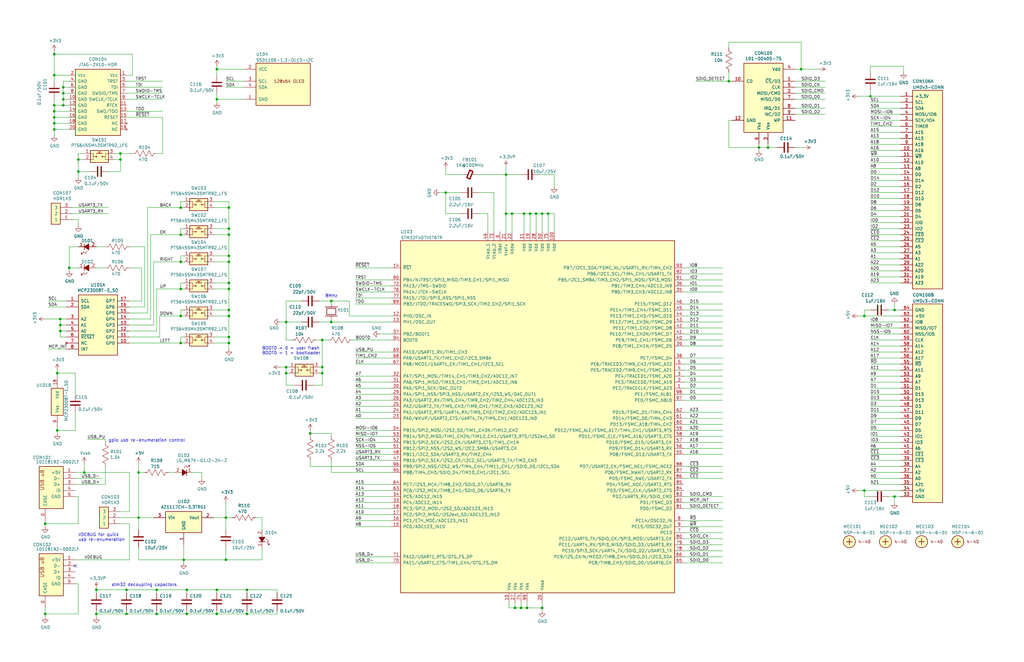
<source format=kicad_sch>
(kicad_sch (version 20211123) (generator eeschema)
  (paper "B")
  (title_block (title "UMDv3") (date "2022-08-11") (rev "3.0") (company "db Electronics") (comment 1 "https://github.com/db-electronics/UMDv3-kicad") (comment 2 "Licensed Under CERN OHL v.1.2") (comment 3 "Copyright 2022 René Richard"))
  (junction (at 104.14 259.08))
  (junction (at 104.14 248.92))
  (junction (at 320.04 62.23))
  (junction (at 337.82 29.21))
  (junction (at 66.04 248.92))
  (junction (at 26.67 41.91))
  (junction (at 364.49 207.01))
  (junction (at 40.64 248.92))
  (junction (at 95.25 218.44))
  (junction (at 76.2 121.92))
  (junction (at 120.65 154.94))
  (junction (at 58.42 199.39))
  (junction (at 19.05 220.98))
  (junction (at 135.89 143.51))
  (junction (at 58.42 218.44))
  (junction (at 22.86 44.45))
  (junction (at 91.44 29.21))
  (junction (at 307.34 34.29))
  (junction (at 96.52 87.63))
  (junction (at 25.4 139.7))
  (junction (at 135.89 154.94))
  (junction (at 91.44 248.92))
  (junction (at 66.04 259.08))
  (junction (at 228.6 256.54))
  (junction (at 364.49 133.35))
  (junction (at 78.74 248.92))
  (junction (at 33.02 67.31))
  (junction (at 367.03 40.64))
  (junction (at 120.65 135.89))
  (junction (at 96.52 96.52))
  (junction (at 24.13 157.48))
  (junction (at 226.06 90.17))
  (junction (at 26.67 44.45))
  (junction (at 53.34 248.92))
  (junction (at 76.2 133.35))
  (junction (at 96.52 142.24))
  (junction (at 76.2 87.63))
  (junction (at 96.52 110.49))
  (junction (at 96.52 107.95))
  (junction (at 22.86 46.99))
  (junction (at 76.2 110.49))
  (junction (at 220.98 90.17))
  (junction (at 25.4 137.16))
  (junction (at 377.19 130.81))
  (junction (at 96.52 133.35))
  (junction (at 76.2 99.06))
  (junction (at 22.86 52.07))
  (junction (at 50.8 64.77))
  (junction (at 96.52 121.92))
  (junction (at 26.67 36.83))
  (junction (at 91.44 259.08))
  (junction (at 40.64 259.08))
  (junction (at 130.81 182.88))
  (junction (at 29.21 113.03))
  (junction (at 96.52 130.81))
  (junction (at 35.56 199.39))
  (junction (at 50.8 67.31))
  (junction (at 135.89 157.48))
  (junction (at 219.71 256.54))
  (junction (at 22.86 31.75))
  (junction (at 76.2 144.78))
  (junction (at 96.52 144.78))
  (junction (at 213.36 90.17))
  (junction (at 222.25 256.54))
  (junction (at 228.6 90.17))
  (junction (at 139.7 135.89))
  (junction (at 77.47 236.22))
  (junction (at 96.52 119.38))
  (junction (at 95.25 236.22))
  (junction (at 120.65 157.48))
  (junction (at 25.4 134.62))
  (junction (at 223.52 90.17))
  (junction (at 26.67 39.37))
  (junction (at 187.96 81.28))
  (junction (at 231.14 90.17))
  (junction (at 323.85 62.23))
  (junction (at 24.13 181.61))
  (junction (at 33.02 72.39))
  (junction (at 213.36 73.66))
  (junction (at 139.7 127))
  (junction (at 22.86 54.61))
  (junction (at 53.34 259.08))
  (junction (at 78.74 259.08))
  (junction (at 96.52 99.06))
  (junction (at 217.17 256.54))
  (junction (at 91.44 41.91))
  (junction (at 22.86 49.53))
  (junction (at 19.05 259.08))
  (junction (at 22.86 22.86))
  (junction (at 215.9 90.17))
  (junction (at 377.19 209.55))
  (no_connect (at 31.75 238.76))
  (wire (pts (xy 288.29 133.35) (xy 304.8 133.35)))
  (wire (pts (xy 139.7 182.88) (xy 139.7 184.15)))
  (wire (pts (xy 130.81 196.85) (xy 130.81 194.31)))
  (wire (pts (xy 44.45 104.14) (xy 40.64 104.14)))
  (wire (pts (xy 33.02 209.55) (xy 31.75 209.55)))
  (wire (pts (xy 30.48 90.17) (xy 45.72 90.17)))
  (wire (pts (xy 214.63 254) (xy 214.63 256.54)))
  (wire (pts (xy 335.28 48.26) (xy 347.98 48.26)))
  (wire (pts (xy 25.4 142.24) (xy 25.4 139.7)))
  (wire (pts (xy 38.1 72.39) (xy 33.02 72.39)))
  (wire (pts (xy 95.25 223.52) (xy 95.25 218.44)))
  (wire (pts (xy 44.45 185.42) (xy 36.83 185.42)))
  (wire (pts (xy 367.03 27.94) (xy 381 27.94)))
  (wire (pts (xy 194.31 81.28) (xy 187.96 81.28)))
  (wire (pts (xy 367.03 30.48) (xy 367.03 27.94)))
  (wire (pts (xy 90.17 119.38) (xy 96.52 119.38)))
  (wire (pts (xy 31.75 199.39) (xy 35.56 199.39)))
  (wire (pts (xy 118.11 135.89) (xy 120.65 135.89)))
  (wire (pts (xy 149.86 123.19) (xy 165.1 123.19)))
  (wire (pts (xy 379.73 209.55) (xy 377.19 209.55)))
  (wire (pts (xy 149.86 171.45) (xy 165.1 171.45)))
  (wire (pts (xy 149.86 214.63) (xy 165.1 214.63)))
  (wire (pts (xy 228.6 90.17) (xy 226.06 90.17)))
  (wire (pts (xy 135.89 143.51) (xy 138.43 143.51)))
  (wire (pts (xy 29.21 113.03) (xy 29.21 114.3)))
  (wire (pts (xy 96.52 99.06) (xy 96.52 107.95)))
  (wire (pts (xy 288.29 232.41) (xy 304.8 232.41)))
  (wire (pts (xy 308.61 50.8) (xy 307.34 50.8)))
  (wire (pts (xy 165.1 135.89) (xy 139.7 135.89)))
  (wire (pts (xy 68.58 46.99) (xy 53.34 46.99)))
  (wire (pts (xy 288.29 219.71) (xy 304.8 219.71)))
  (wire (pts (xy 26.67 34.29) (xy 26.67 36.83)))
  (wire (pts (xy 53.34 257.81) (xy 53.34 259.08)))
  (wire (pts (xy 110.49 223.52) (xy 110.49 218.44)))
  (wire (pts (xy 25.4 137.16) (xy 25.4 134.62)))
  (wire (pts (xy 367.03 168.91) (xy 379.73 168.91)))
  (wire (pts (xy 293.37 34.29) (xy 307.34 34.29)))
  (wire (pts (xy 96.52 130.81) (xy 96.52 133.35)))
  (wire (pts (xy 288.29 140.97) (xy 304.8 140.97)))
  (wire (pts (xy 22.86 22.86) (xy 55.88 22.86)))
  (wire (pts (xy 288.29 212.09) (xy 304.8 212.09)))
  (wire (pts (xy 40.64 259.08) (xy 40.64 260.35)))
  (wire (pts (xy 33.02 113.03) (xy 29.21 113.03)))
  (wire (pts (xy 120.65 143.51) (xy 120.65 135.89)))
  (wire (pts (xy 90.17 96.52) (xy 96.52 96.52)))
  (wire (pts (xy 367.03 48.26) (xy 379.73 48.26)))
  (wire (pts (xy 367.03 81.28) (xy 379.73 81.28)))
  (wire (pts (xy 367.03 91.44) (xy 379.73 91.44)))
  (wire (pts (xy 35.56 195.58) (xy 35.56 199.39)))
  (wire (pts (xy 77.47 85.09) (xy 76.2 85.09)))
  (wire (pts (xy 187.96 73.66) (xy 195.58 73.66)))
  (wire (pts (xy 165.1 125.73) (xy 149.86 125.73)))
  (wire (pts (xy 288.29 179.07) (xy 304.8 179.07)))
  (wire (pts (xy 33.02 67.31) (xy 33.02 64.77)))
  (wire (pts (xy 149.86 207.01) (xy 165.1 207.01)))
  (wire (pts (xy 29.21 46.99) (xy 22.86 46.99)))
  (wire (pts (xy 335.28 41.91) (xy 347.98 41.91)))
  (wire (pts (xy 364.49 207.01) (xy 361.95 207.01)))
  (wire (pts (xy 147.32 127) (xy 147.32 133.35)))
  (wire (pts (xy 27.94 139.7) (xy 25.4 139.7)))
  (wire (pts (xy 367.03 55.88) (xy 379.73 55.88)))
  (wire (pts (xy 307.34 62.23) (xy 320.04 62.23)))
  (wire (pts (xy 381 27.94) (xy 381 30.48)))
  (wire (pts (xy 48.26 64.77) (xy 50.8 64.77)))
  (wire (pts (xy 288.29 115.57) (xy 304.8 115.57)))
  (wire (pts (xy 367.03 158.75) (xy 379.73 158.75)))
  (wire (pts (xy 90.17 85.09) (xy 96.52 85.09)))
  (wire (pts (xy 226.06 97.79) (xy 226.06 90.17)))
  (wire (pts (xy 78.74 250.19) (xy 78.74 248.92)))
  (wire (pts (xy 19.05 219.71) (xy 19.05 220.98)))
  (wire (pts (xy 20.32 129.54) (xy 27.94 129.54)))
  (wire (pts (xy 335.28 36.83) (xy 347.98 36.83)))
  (wire (pts (xy 78.74 248.92) (xy 91.44 248.92)))
  (wire (pts (xy 91.44 259.08) (xy 104.14 259.08)))
  (wire (pts (xy 367.03 184.15) (xy 379.73 184.15)))
  (wire (pts (xy 367.03 73.66) (xy 379.73 73.66)))
  (wire (pts (xy 367.03 146.05) (xy 379.73 146.05)))
  (wire (pts (xy 81.28 199.39) (xy 85.09 199.39)))
  (wire (pts (xy 367.03 179.07) (xy 379.73 179.07)))
  (wire (pts (xy 76.2 133.35) (xy 77.47 133.35)))
  (wire (pts (xy 77.47 236.22) (xy 95.25 236.22)))
  (wire (pts (xy 288.29 158.75) (xy 304.8 158.75)))
  (wire (pts (xy 364.49 130.81) (xy 364.49 133.35)))
  (wire (pts (xy 55.88 64.77) (xy 50.8 64.77)))
  (wire (pts (xy 68.58 34.29) (xy 53.34 34.29)))
  (wire (pts (xy 31.75 181.61) (xy 24.13 181.61)))
  (wire (pts (xy 220.98 90.17) (xy 215.9 90.17)))
  (wire (pts (xy 288.29 199.39) (xy 304.8 199.39)))
  (wire (pts (xy 130.81 181.61) (xy 130.81 182.88)))
  (wire (pts (xy 24.13 156.21) (xy 24.13 157.48)))
  (wire (pts (xy 165.1 143.51) (xy 148.59 143.51)))
  (wire (pts (xy 367.03 181.61) (xy 379.73 181.61)))
  (wire (pts (xy 367.03 88.9) (xy 379.73 88.9)))
  (wire (pts (xy 227.33 73.66) (xy 233.68 73.66)))
  (wire (pts (xy 233.68 97.79) (xy 233.68 90.17)))
  (wire (pts (xy 220.98 97.79) (xy 220.98 90.17)))
  (wire (pts (xy 307.34 34.29) (xy 308.61 34.29)))
  (wire (pts (xy 76.2 107.95) (xy 76.2 110.49)))
  (wire (pts (xy 288.29 224.79) (xy 304.8 224.79)))
  (wire (pts (xy 76.2 110.49) (xy 77.47 110.49)))
  (wire (pts (xy 64.77 110.49) (xy 64.77 137.16)))
  (wire (pts (xy 288.29 209.55) (xy 304.8 209.55)))
  (wire (pts (xy 288.29 128.27) (xy 304.8 128.27)))
  (wire (pts (xy 320.04 60.96) (xy 320.04 62.23)))
  (wire (pts (xy 53.34 259.08) (xy 66.04 259.08)))
  (wire (pts (xy 288.29 222.25) (xy 304.8 222.25)))
  (wire (pts (xy 194.31 90.17) (xy 187.96 90.17)))
  (wire (pts (xy 58.42 223.52) (xy 58.42 218.44)))
  (wire (pts (xy 66.04 259.08) (xy 78.74 259.08)))
  (wire (pts (xy 66.04 121.92) (xy 66.04 139.7)))
  (wire (pts (xy 120.65 135.89) (xy 127 135.89)))
  (wire (pts (xy 33.02 64.77) (xy 35.56 64.77)))
  (wire (pts (xy 22.86 41.91) (xy 22.86 44.45)))
  (wire (pts (xy 24.13 182.88) (xy 24.13 181.61)))
  (wire (pts (xy 307.34 17.78) (xy 337.82 17.78)))
  (wire (pts (xy 208.28 81.28) (xy 201.93 81.28)))
  (wire (pts (xy 50.8 67.31) (xy 50.8 72.39)))
  (wire (pts (xy 288.29 161.29) (xy 304.8 161.29)))
  (wire (pts (xy 90.17 107.95) (xy 96.52 107.95)))
  (wire (pts (xy 149.86 212.09) (xy 165.1 212.09)))
  (wire (pts (xy 44.45 113.03) (xy 40.64 113.03)))
  (wire (pts (xy 367.03 143.51) (xy 379.73 143.51)))
  (wire (pts (xy 29.21 36.83) (xy 26.67 36.83)))
  (wire (pts (xy 96.52 121.92) (xy 96.52 130.81)))
  (wire (pts (xy 68.58 41.91) (xy 53.34 41.91)))
  (wire (pts (xy 335.28 34.29) (xy 347.98 34.29)))
  (wire (pts (xy 110.49 218.44) (xy 107.95 218.44)))
  (wire (pts (xy 96.52 142.24) (xy 96.52 144.78)))
  (wire (pts (xy 29.21 34.29) (xy 26.67 34.29)))
  (wire (pts (xy 29.21 104.14) (xy 29.21 113.03)))
  (wire (pts (xy 54.61 199.39) (xy 54.61 215.9)))
  (wire (pts (xy 110.49 236.22) (xy 95.25 236.22)))
  (wire (pts (xy 90.17 142.24) (xy 96.52 142.24)))
  (wire (pts (xy 288.29 123.19) (xy 304.8 123.19)))
  (wire (pts (xy 76.2 87.63) (xy 77.47 87.63)))
  (wire (pts (xy 33.02 259.08) (xy 33.02 246.38)))
  (wire (pts (xy 90.17 144.78) (xy 96.52 144.78)))
  (wire (pts (xy 66.04 257.81) (xy 66.04 259.08)))
  (wire (pts (xy 367.03 151.13) (xy 379.73 151.13)))
  (wire (pts (xy 90.17 218.44) (xy 95.25 218.44)))
  (wire (pts (xy 104.14 248.92) (xy 116.84 248.92)))
  (wire (pts (xy 91.44 27.94) (xy 91.44 29.21)))
  (wire (pts (xy 367.03 156.21) (xy 379.73 156.21)))
  (wire (pts (xy 133.35 143.51) (xy 135.89 143.51)))
  (wire (pts (xy 120.65 154.94) (xy 118.11 154.94)))
  (wire (pts (xy 90.17 110.49) (xy 96.52 110.49)))
  (wire (pts (xy 139.7 194.31) (xy 139.7 199.39)))
  (wire (pts (xy 288.29 166.37) (xy 304.8 166.37)))
  (wire (pts (xy 59.69 113.03) (xy 54.61 113.03)))
  (wire (pts (xy 377.19 128.27) (xy 377.19 130.81)))
  (wire (pts (xy 123.19 143.51) (xy 120.65 143.51)))
  (wire (pts (xy 54.61 132.08) (xy 62.23 132.08)))
  (wire (pts (xy 205.74 90.17) (xy 201.93 90.17)))
  (wire (pts (xy 24.13 181.61) (xy 24.13 180.34)))
  (wire (pts (xy 288.29 173.99) (xy 304.8 173.99)))
  (wire (pts (xy 367.03 194.31) (xy 379.73 194.31)))
  (wire (pts (xy 26.67 41.91) (xy 26.67 44.45)))
  (wire (pts (xy 31.75 173.99) (xy 31.75 181.61)))
  (wire (pts (xy 76.2 142.24) (xy 76.2 144.78)))
  (wire (pts (xy 228.6 257.81) (xy 228.6 256.54)))
  (wire (pts (xy 288.29 189.23) (xy 304.8 189.23)))
  (wire (pts (xy 27.94 137.16) (xy 25.4 137.16)))
  (wire (pts (xy 91.44 41.91) (xy 91.44 39.37)))
  (wire (pts (xy 288.29 176.53) (xy 304.8 176.53)))
  (wire (pts (xy 24.13 157.48) (xy 24.13 158.75)))
  (wire (pts (xy 187.96 71.12) (xy 187.96 73.66)))
  (wire (pts (xy 96.52 107.95) (xy 96.52 110.49)))
  (wire (pts (xy 367.03 60.96) (xy 379.73 60.96)))
  (wire (pts (xy 63.5 99.06) (xy 76.2 99.06)))
  (wire (pts (xy 64.77 137.16) (xy 54.61 137.16)))
  (wire (pts (xy 90.17 99.06) (xy 96.52 99.06)))
  (wire (pts (xy 149.86 204.47) (xy 165.1 204.47)))
  (wire (pts (xy 96.52 144.78) (xy 96.52 147.32)))
  (wire (pts (xy 367.03 93.98) (xy 379.73 93.98)))
  (wire (pts (xy 149.86 166.37) (xy 165.1 166.37)))
  (wire (pts (xy 40.64 248.92) (xy 53.34 248.92)))
  (wire (pts (xy 364.49 209.55) (xy 364.49 207.01)))
  (wire (pts (xy 19.05 220.98) (xy 33.02 220.98)))
  (wire (pts (xy 367.03 116.84) (xy 379.73 116.84)))
  (wire (pts (xy 367.03 38.1) (xy 367.03 40.64)))
  (wire (pts (xy 367.03 106.68) (xy 379.73 106.68)))
  (wire (pts (xy 91.44 250.19) (xy 91.44 248.92)))
  (wire (pts (xy 367.03 109.22) (xy 379.73 109.22)))
  (wire (pts (xy 91.44 43.18) (xy 91.44 41.91)))
  (wire (pts (xy 367.03 50.8) (xy 379.73 50.8)))
  (wire (pts (xy 367.03 166.37) (xy 379.73 166.37)))
  (wire (pts (xy 367.03 114.3) (xy 379.73 114.3)))
  (wire (pts (xy 96.52 96.52) (xy 96.52 99.06)))
  (wire (pts (xy 367.03 153.67) (xy 379.73 153.67)))
  (wire (pts (xy 26.67 39.37) (xy 26.67 41.91)))
  (wire (pts (xy 367.03 101.6) (xy 379.73 101.6)))
  (wire (pts (xy 40.64 247.65) (xy 40.64 248.92)))
  (wire (pts (xy 367.03 196.85) (xy 379.73 196.85)))
  (wire (pts (xy 50.8 218.44) (xy 58.42 218.44)))
  (wire (pts (xy 149.86 219.71) (xy 165.1 219.71)))
  (wire (pts (xy 367.03 163.83) (xy 379.73 163.83)))
  (wire (pts (xy 104.14 259.08) (xy 116.84 259.08)))
  (wire (pts (xy 288.29 153.67) (xy 304.8 153.67)))
  (wire (pts (xy 97.79 218.44) (xy 95.25 218.44)))
  (wire (pts (xy 130.81 196.85) (xy 165.1 196.85)))
  (wire (pts (xy 33.02 72.39) (xy 33.02 74.93)))
  (wire (pts (xy 367.03 99.06) (xy 379.73 99.06)))
  (wire (pts (xy 367.03 63.5) (xy 379.73 63.5)))
  (wire (pts (xy 96.52 87.63) (xy 96.52 96.52)))
  (wire (pts (xy 54.61 215.9) (xy 50.8 215.9)))
  (wire (pts (xy 149.86 191.77) (xy 165.1 191.77)))
  (wire (pts (xy 149.86 173.99) (xy 165.1 173.99)))
  (wire (pts (xy 219.71 256.54) (xy 222.25 256.54)))
  (wire (pts (xy 25.4 134.62) (xy 19.05 134.62)))
  (wire (pts (xy 78.74 259.08) (xy 91.44 259.08)))
  (wire (pts (xy 63.5 134.62) (xy 63.5 99.06)))
  (wire (pts (xy 379.73 135.89) (xy 367.03 135.89)))
  (wire (pts (xy 26.67 36.83) (xy 26.67 39.37)))
  (wire (pts (xy 214.63 256.54) (xy 217.17 256.54)))
  (wire (pts (xy 288.29 130.81) (xy 304.8 130.81)))
  (wire (pts (xy 367.03 189.23) (xy 379.73 189.23)))
  (wire (pts (xy 231.14 90.17) (xy 228.6 90.17)))
  (wire (pts (xy 54.61 127) (xy 59.69 127)))
  (wire (pts (xy 77.47 119.38) (xy 76.2 119.38)))
  (wire (pts (xy 288.29 227.33) (xy 304.8 227.33)))
  (wire (pts (xy 149.86 194.31) (xy 165.1 194.31)))
  (wire (pts (xy 76.2 121.92) (xy 66.04 121.92)))
  (wire (pts (xy 149.86 151.13) (xy 165.1 151.13)))
  (wire (pts (xy 367.03 209.55) (xy 364.49 209.55)))
  (wire (pts (xy 73.66 199.39) (xy 71.12 199.39)))
  (wire (pts (xy 288.29 229.87) (xy 304.8 229.87)))
  (wire (pts (xy 91.44 248.92) (xy 104.14 248.92)))
  (wire (pts (xy 337.82 29.21) (xy 335.28 29.21)))
  (wire (pts (xy 379.73 133.35) (xy 364.49 133.35)))
  (wire (pts (xy 335.28 39.37) (xy 347.98 39.37)))
  (wire (pts (xy 33.02 72.39) (xy 33.02 67.31)))
  (wire (pts (xy 327.66 62.23) (xy 323.85 62.23)))
  (wire (pts (xy 149.86 186.69) (xy 165.1 186.69)))
  (wire (pts (xy 307.34 50.8) (xy 307.34 62.23)))
  (wire (pts (xy 213.36 90.17) (xy 213.36 73.66)))
  (wire (pts (xy 29.21 41.91) (xy 26.67 41.91)))
  (wire (pts (xy 90.17 87.63) (xy 96.52 87.63)))
  (wire (pts (xy 67.31 133.35) (xy 67.31 142.24)))
  (wire (pts (xy 367.03 78.74) (xy 379.73 78.74)))
  (wire (pts (xy 24.13 157.48) (xy 31.75 157.48)))
  (wire (pts (xy 377.19 209.55) (xy 377.19 212.09)))
  (wire (pts (xy 367.03 68.58) (xy 379.73 68.58)))
  (wire (pts (xy 379.73 130.81) (xy 377.19 130.81)))
  (wire (pts (xy 102.87 41.91) (xy 91.44 41.91)))
  (wire (pts (xy 367.03 191.77) (xy 379.73 191.77)))
  (wire (pts (xy 60.96 199.39) (xy 58.42 199.39)))
  (wire (pts (xy 217.17 256.54) (xy 219.71 256.54)))
  (wire (pts (xy 367.03 186.69) (xy 379.73 186.69)))
  (wire (pts (xy 345.44 29.21) (xy 337.82 29.21)))
  (wire (pts (xy 44.45 186.69) (xy 44.45 185.42)))
  (wire (pts (xy 19.05 220.98) (xy 19.05 222.25)))
  (wire (pts (xy 31.75 201.93) (xy 43.18 201.93)))
  (wire (pts (xy 323.85 62.23) (xy 323.85 60.96)))
  (wire (pts (xy 288.29 184.15) (xy 304.8 184.15)))
  (wire (pts (xy 30.48 92.71) (xy 33.02 92.71)))
  (wire (pts (xy 139.7 135.89) (xy 139.7 134.62)))
  (wire (pts (xy 48.26 67.31) (xy 50.8 67.31)))
  (wire (pts (xy 91.44 29.21) (xy 91.44 31.75)))
  (wire (pts (xy 134.62 157.48) (xy 135.89 157.48)))
  (wire (pts (xy 367.03 58.42) (xy 379.73 58.42)))
  (wire (pts (xy 91.44 257.81) (xy 91.44 259.08)))
  (wire (pts (xy 187.96 81.28) (xy 185.42 81.28)))
  (wire (pts (xy 27.94 134.62) (xy 25.4 134.62)))
  (wire (pts (xy 120.65 157.48) (xy 120.65 154.94)))
  (wire (pts (xy 44.45 196.85) (xy 44.45 204.47)))
  (wire (pts (xy 59.69 127) (xy 59.69 113.03)))
  (wire (pts (xy 22.86 22.86) (xy 22.86 21.59)))
  (wire (pts (xy 76.2 99.06) (xy 77.47 99.06)))
  (wire (pts (xy 68.58 49.53) (xy 68.58 64.77)))
  (wire (pts (xy 77.47 236.22) (xy 58.42 236.22)))
  (wire (pts (xy 33.02 104.14) (xy 29.21 104.14)))
  (wire (pts (xy 367.03 140.97) (xy 379.73 140.97)))
  (wire (pts (xy 54.61 129.54) (xy 60.96 129.54)))
  (wire (pts (xy 85.09 199.39) (xy 85.09 201.93)))
  (wire (pts (xy 54.61 236.22) (xy 54.61 220.98)))
  (wire (pts (xy 367.03 173.99) (xy 379.73 173.99)))
  (wire (pts (xy 149.86 153.67) (xy 165.1 153.67)))
  (wire (pts (xy 288.29 156.21) (xy 304.8 156.21)))
  (wire (pts (xy 66.04 250.19) (xy 66.04 248.92)))
  (wire (pts (xy 208.28 97.79) (xy 208.28 81.28)))
  (wire (pts (xy 20.32 127) (xy 27.94 127)))
  (wire (pts (xy 58.42 199.39) (xy 58.42 195.58)))
  (wire (pts (xy 217.17 254) (xy 217.17 256.54)))
  (wire (pts (xy 139.7 128.27) (xy 139.7 127)))
  (wire (pts (xy 77.47 130.81) (xy 76.2 130.81)))
  (wire (pts (xy 76.2 130.81) (xy 76.2 133.35)))
  (wire (pts (xy 54.61 134.62) (xy 63.5 134.62)))
  (wire (pts (xy 149.86 148.59) (xy 165.1 148.59)))
  (wire (pts (xy 222.25 254) (xy 222.25 256.54)))
  (wire (pts (xy 102.87 29.21) (xy 91.44 29.21)))
  (wire (pts (xy 288.29 146.05) (xy 304.8 146.05)))
  (wire (pts (xy 149.86 176.53) (xy 165.1 176.53)))
  (wire (pts (xy 288.29 196.85) (xy 304.8 196.85)))
  (wire (pts (xy 53.34 248.92) (xy 66.04 248.92)))
  (wire (pts (xy 222.25 256.54) (xy 228.6 256.54)))
  (wire (pts (xy 53.34 36.83) (xy 68.58 36.83)))
  (wire (pts (xy 228.6 256.54) (xy 228.6 254)))
  (wire (pts (xy 95.25 36.83) (xy 102.87 36.83)))
  (wire (pts (xy 149.86 168.91) (xy 165.1 168.91)))
  (wire (pts (xy 149.86 222.25) (xy 165.1 222.25)))
  (wire (pts (xy 288.29 181.61) (xy 304.8 181.61)))
  (wire (pts (xy 307.34 30.48) (xy 307.34 34.29)))
  (wire (pts (xy 29.21 54.61) (xy 22.86 54.61)))
  (wire (pts (xy 135.89 162.56) (xy 135.89 157.48)))
  (wire (pts (xy 35.56 67.31) (xy 33.02 67.31)))
  (wire (pts (xy 379.73 207.01) (xy 364.49 207.01)))
  (wire (pts (xy 135.89 157.48) (xy 135.89 154.94)))
  (wire (pts (xy 96.52 110.49) (xy 96.52 119.38)))
  (wire (pts (xy 95.25 236.22) (xy 95.25 231.14)))
  (wire (pts (xy 165.1 128.27) (xy 149.86 128.27)))
  (wire (pts (xy 130.81 182.88) (xy 130.81 184.15)))
  (wire (pts (xy 288.29 120.65) (xy 304.8 120.65)))
  (wire (pts (xy 219.71 254) (xy 219.71 256.54)))
  (wire (pts (xy 35.56 199.39) (xy 54.61 199.39)))
  (wire (pts (xy 367.03 111.76) (xy 379.73 111.76)))
  (wire (pts (xy 231.14 97.79) (xy 231.14 90.17)))
  (wire (pts (xy 139.7 199.39) (xy 165.1 199.39)))
  (wire (pts (xy 31.75 204.47) (xy 44.45 204.47)))
  (wire (pts (xy 60.96 104.14) (xy 54.61 104.14)))
  (wire (pts (xy 77.47 96.52) (xy 76.2 96.52)))
  (wire (pts (xy 58.42 218.44) (xy 58.42 199.39)))
  (wire (pts (xy 215.9 90.17) (xy 213.36 90.17)))
  (wire (pts (xy 165.1 118.11) (xy 149.86 118.11)))
  (wire (pts (xy 226.06 90.17) (xy 223.52 90.17)))
  (wire (pts (xy 307.34 20.32) (xy 307.34 17.78)))
  (wire (pts (xy 139.7 135.89) (xy 134.62 135.89)))
  (wire (pts (xy 33.02 220.98) (xy 33.02 209.55)))
  (wire (pts (xy 288.29 201.93) (xy 304.8 201.93)))
  (wire (pts (xy 149.86 161.29) (xy 165.1 161.29)))
  (wire (pts (xy 76.2 110.49) (xy 64.77 110.49)))
  (wire (pts (xy 149.86 120.65) (xy 165.1 120.65)))
  (wire (pts (xy 120.65 127) (xy 120.65 135.89)))
  (wire (pts (xy 149.86 158.75) (xy 165.1 158.75)))
  (wire (pts (xy 367.03 161.29) (xy 379.73 161.29)))
  (wire (pts (xy 68.58 64.77) (xy 66.04 64.77)))
  (wire (pts (xy 213.36 73.66) (xy 213.36 69.85)))
  (wire (pts (xy 367.03 43.18) (xy 379.73 43.18)))
  (wire (pts (xy 367.03 45.72) (xy 379.73 45.72)))
  (wire (pts (xy 53.34 250.19) (xy 53.34 248.92)))
  (wire (pts (xy 40.64 259.08) (xy 53.34 259.08)))
  (wire (pts (xy 76.2 96.52) (xy 76.2 99.06)))
  (wire (pts (xy 22.86 52.07) (xy 22.86 54.61)))
  (wire (pts (xy 367.03 130.81) (xy 364.49 130.81)))
  (wire (pts (xy 33.02 92.71) (xy 33.02 95.25)))
  (wire (pts (xy 149.86 234.95) (xy 165.1 234.95)))
  (wire (pts (xy 320.04 62.23) (xy 320.04 63.5)))
  (wire (pts (xy 50.8 72.39) (xy 45.72 72.39)))
  (wire (pts (xy 96.52 85.09) (xy 96.52 87.63)))
  (wire (pts (xy 367.03 171.45) (xy 379.73 171.45)))
  (wire (pts (xy 200.66 73.66) (xy 213.36 73.66)))
  (wire (pts (xy 90.17 133.35) (xy 96.52 133.35)))
  (wire (pts (xy 22.86 31.75) (xy 22.86 22.86)))
  (wire (pts (xy 90.17 121.92) (xy 96.52 121.92)))
  (wire (pts (xy 19.05 259.08) (xy 19.05 260.35)))
  (wire (pts (xy 149.86 217.17) (xy 165.1 217.17)))
  (wire (pts (xy 139.7 127) (xy 147.32 127)))
  (wire (pts (xy 116.84 250.19) (xy 116.84 248.92)))
  (wire (pts (xy 219.71 73.66) (xy 213.36 73.66)))
  (wire (pts (xy 22.86 31.75) (xy 29.21 31.75)))
  (wire (pts (xy 77.47 107.95) (xy 76.2 107.95)))
  (wire (pts (xy 223.52 97.79) (xy 223.52 90.17)))
  (wire (pts (xy 96.52 119.38) (xy 96.52 121.92)))
  (wire (pts (xy 374.65 209.55) (xy 377.19 209.55)))
  (wire (pts (xy 77.47 236.22) (xy 77.47 237.49)))
  (wire (pts (xy 367.03 83.82) (xy 379.73 83.82)))
  (wire (pts (xy 58.42 218.44) (xy 64.77 218.44)))
  (wire (pts (xy 367.03 104.14) (xy 379.73 104.14)))
  (wire (pts (xy 288.29 118.11) (xy 304.8 118.11)))
  (wire (pts (xy 233.68 90.17) (xy 231.14 90.17)))
  (wire (pts (xy 22.86 49.53) (xy 29.21 49.53)))
  (wire (pts (xy 54.61 220.98) (xy 50.8 220.98)))
  (wire (pts (xy 367.03 199.39) (xy 379.73 199.39)))
  (wire (pts (xy 53.34 39.37) (xy 68.58 39.37)))
  (wire (pts (xy 288.29 151.13) (xy 304.8 151.13)))
  (wire (pts (xy 367.03 138.43) (xy 379.73 138.43)))
  (wire (pts (xy 149.86 181.61) (xy 165.1 181.61)))
  (wire (pts (xy 335.28 45.72) (xy 347.98 45.72)))
  (wire (pts (xy 165.1 113.03) (xy 149.86 113.03)))
  (wire (pts (xy 19.05 256.54) (xy 19.05 259.08)))
  (wire (pts (xy 110.49 231.14) (xy 110.49 236.22)))
  (wire (pts (xy 53.34 49.53) (xy 68.58 49.53)))
  (wire (pts (xy 20.32 147.32) (xy 27.94 147.32)))
  (wire (pts (xy 339.09 62.23) (xy 335.28 62.23)))
  (wire (pts (xy 130.81 182.88) (xy 139.7 182.88)))
  (wire (pts (xy 367.03 176.53) (xy 379.73 176.53)))
  (wire (pts (xy 320.04 62.23) (xy 323.85 62.23)))
  (wire (pts (xy 50.8 64.77) (xy 50.8 67.31)))
  (wire (pts (xy 76.2 121.92) (xy 77.47 121.92)))
  (wire (pts (xy 288.29 163.83) (xy 304.8 163.83)))
  (wire (pts (xy 379.73 40.64) (xy 367.03 40.64)))
  (wire (pts (xy 120.65 162.56) (xy 120.65 157.48)))
  (wire (pts (xy 147.32 133.35) (xy 165.1 133.35)))
  (wire (pts (xy 367.03 201.93) (xy 379.73 201.93)))
  (wire (pts (xy 90.17 130.81) (xy 96.52 130.81)))
  (wire (pts (xy 215.9 97.79) (xy 215.9 90.17)))
  (wire (pts (xy 66.04 139.7) (xy 54.61 139.7)))
  (wire (pts (xy 367.03 40.64) (xy 361.95 40.64)))
  (wire (pts (xy 121.92 157.48) (xy 120.65 157.48)))
  (wire (pts (xy 127 127) (xy 120.65 127)))
  (wire (pts (xy 30.48 87.63) (xy 45.72 87.63)))
  (wire (pts (xy 288.29 214.63) (xy 304.8 214.63)))
  (wire (pts (xy 367.03 66.04) (xy 379.73 66.04)))
  (wire (pts (xy 55.88 22.86) (xy 55.88 31.75)))
  (wire (pts (xy 288.29 168.91) (xy 304.8 168.91)))
  (wire (pts (xy 149.86 184.15) (xy 165.1 184.15)))
  (wire (pts (xy 19.05 259.08) (xy 33.02 259.08)))
  (wire (pts (xy 187.96 90.17) (xy 187.96 81.28)))
  (wire (pts (xy 29.21 44.45) (xy 26.67 44.45)))
  (wire (pts (xy 337.82 17.78) (xy 337.82 29.21)))
  (wire (pts (xy 96.52 133.35) (xy 96.52 142.24)))
  (wire (pts (xy 76.2 144.78) (xy 77.47 144.78)))
  (wire (pts (xy 22.86 54.61) (xy 22.86 57.15)))
  (wire (pts (xy 66.04 248.92) (xy 78.74 248.92)))
  (wire (pts (xy 31.75 157.48) (xy 31.75 166.37)))
  (wire (pts (xy 367.03 76.2) (xy 379.73 76.2)))
  (wire (pts (xy 104.14 250.19) (xy 104.14 248.92)))
  (wire (pts (xy 76.2 119.38) (xy 76.2 121.92)))
  (wire (pts (xy 22.86 52.07) (xy 29.21 52.07)))
  (wire (pts (xy 116.84 257.81) (xy 116.84 259.08)))
  (wire (pts (xy 149.86 163.83) (xy 165.1 163.83)))
  (wire (pts (xy 132.08 162.56) (xy 135.89 162.56)))
  (wire (pts (xy 367.03 71.12) (xy 379.73 71.12)))
  (wire (pts (xy 213.36 97.79) (xy 213.36 90.17)))
  (wire (pts (xy 364.49 133.35) (xy 361.95 133.35)))
  (wire (pts (xy 367.03 148.59) (xy 379.73 148.59)))
  (wire (pts (xy 367.03 204.47) (xy 379.73 204.47)))
  (wire (pts (xy 205.74 97.79) (xy 205.74 90.17)))
  (wire (pts (xy 288.29 186.69) (xy 304.8 186.69)))
  (wire (pts (xy 33.02 246.38) (xy 31.75 246.38)))
  (wire (pts (xy 134.62 154.94) (xy 135.89 154.94)))
  (wire (pts (xy 288.29 113.03) (xy 304.8 113.03)))
  (wire (pts (xy 288.29 143.51) (xy 304.8 143.51)))
  (wire (pts (xy 367.03 96.52) (xy 379.73 96.52)))
  (wire (pts (xy 149.86 189.23) (xy 165.1 189.23)))
  (wire (pts (xy 25.4 139.7) (xy 25.4 137.16)))
  (wire (pts (xy 121.92 154.94) (xy 120.65 154.94)))
  (wire (pts (xy 367.03 53.34) (xy 379.73 53.34)))
  (wire (pts (xy 77.47 142.24) (xy 76.2 142.24)))
  (wire (pts (xy 288.29 191.77) (xy 304.8 191.77)))
  (wire (pts (xy 22.86 44.45) (xy 22.86 46.99)))
  (wire (pts (xy 22.86 46.99) (xy 22.86 49.53)))
  (wire (pts (xy 26.67 44.45) (xy 22.86 44.45)))
  (wire (pts (xy 95.25 218.44) (xy 95.25 212.09)))
  (wire (pts (xy 367.03 119.38) (xy 379.73 119.38)))
  (wire (pts (xy 165.1 140.97) (xy 160.02 140.97)))
  (wire (pts (xy 288.29 237.49) (xy 304.8 237.49)))
  (wire (pts (xy 62.23 87.63) (xy 76.2 87.63)))
  (wire (pts (xy 22.86 34.29) (xy 22.86 31.75)))
  (wire (pts (xy 377.19 130.81) (xy 374.65 130.81)))
  (wire (pts (xy 288.29 234.95) (xy 304.8 234.95)))
  (wire (pts (xy 60.96 129.54) (xy 60.96 104.14)))
  (wire (pts (xy 62.23 132.08) (xy 62.23 87.63)))
  (wire (pts (xy 31.75 236.22) (xy 54.61 236.22)))
  (wire (pts (xy 149.86 209.55) (xy 165.1 209.55)))
  (wire (pts (xy 27.94 142.24) (xy 25.4 142.24)))
  (wire (pts (xy 58.42 236.22) (xy 58.42 231.14)))
  (wire (pts (xy 55.88 31.75) (xy 53.34 31.75)))
  (wire (pts (xy 288.29 138.43) (xy 304.8 138.43)))
  (wire (pts (xy 22.86 49.53) (xy 22.86 52.07)))
  (wire (pts (xy 95.25 34.29) (xy 102.87 34.29)))
  (wire (pts (xy 139.7 127) (xy 134.62 127)))
  (wire (pts (xy 29.21 39.37) (xy 26.67 39.37)))
  (wire (pts (xy 67.31 142.24) (xy 54.61 142.24)))
  (wire (pts (xy 104.14 257.81) (xy 104.14 259.08)))
  (wire (pts (xy 223.52 90.17) (xy 220.98 90.17)))
  (wire (pts (xy 40.64 257.81) (xy 40.64 259.08)))
  (wire (pts (xy 288.29 135.89) (xy 304.8 135.89)))
  (wire (pts (xy 124.46 162.56) (xy 120.65 162.56)))
  (wire (pts (xy 228.6 97.79) (xy 228.6 90.17)))
  (wire (pts (xy 77.47 229.87) (xy 77.47 236.22)))
  (wire (pts (xy 76.2 133.35) (xy 67.31 133.35)))
  (wire (pts (xy 76.2 144.78) (xy 54.61 144.78)))
  (wire (pts (xy 76.2 85.09) (xy 76.2 87.63)))
  (wire (pts (xy 135.89 154.94) (xy 135.89 143.51)))
  (wire (pts (xy 367.03 86.36) (xy 379.73 86.36)))
  (wire (pts (xy 78.74 257.81) (xy 78.74 259.08)))
  (wire (pts (xy 233.68 73.66) (xy 233.68 78.74)))
  (wire (pts (xy 149.86 237.49) (xy 165.1 237.49)))
  (wire (pts (xy 40.64 248.92) (xy 40.64 250.19)))
  (text "BOOT0 = 0 = user flash\nBOOT0 = 1 = bootloader" (at 110.49 149.86 0) (effects (font (size 1.27 1.27)) (justify left bottom)))
  (text "8MHz" (at 137.16 125.73 0) (effects (font (size 1.27 1.27)) (justify left bottom)))
  (text "gpio usb re-enumeration control" (at 45.72 186.69 0) (effects (font (size 1.27 1.27)) (justify left bottom)))
  (text "VDEBUG for quick \nusb re-enumeration" (at 33.02 228.6 0) (effects (font (size 1.27 1.27)) (justify left bottom)))
  (text "stm32 decoupling capactors" (at 46.99 247.65 0) (effects (font (size 1.27 1.27)) (justify left bottom)))
  (label "~{RESET}" (at 149.86 113.03 0))
  (label "D5" (at 367.03 181.61 0))
  (label "SDIO_DETECT" (at 293.37 34.29 0))
  (label "A5" (at 149.86 163.83 0))
  (label "D14" (at 290.83 130.81 0))
  (label "D11" (at 290.83 138.43 0))
  (label "BACK" (at 67.31 87.63 0))
  (label "TDO" (at 149.86 128.27 0))
  (label "A19" (at 367.03 116.84 0))
  (label "~{RESET}" (at 57.15 49.53 0))
  (label "SDIO_DETECT" (at 290.83 214.63 0))
  (label "IO8" (at 290.83 113.03 0))
  (label "MISO-IO7" (at 149.86 184.15 0))
  (label "A18" (at 290.83 186.69 0))
  (label "A2" (at 367.03 199.39 0))
  (label "A17" (at 290.83 189.23 0))
  (label "D15" (at 367.03 166.37 0))
  (label "SWDIO-TMS" (at 57.15 39.37 0))
  (label "A8" (at 367.03 71.12 0))
  (label "A10" (at 149.86 217.17 0))
  (label "~{CE0}" (at 290.83 224.79 0))
  (label "D9" (at 290.83 143.51 0))
  (label "A6" (at 367.03 189.23 0))
  (label "A13" (at 149.86 209.55 0))
  (label "SDA" (at 367.03 45.72 0))
  (label "A7" (at 367.03 161.29 0))
  (label "SCL" (at 367.03 43.18 0))
  (label "A19" (at 290.83 184.15 0))
  (label "D13" (at 290.83 133.35 0))
  (label "~{CE1}" (at 290.83 201.93 0))
  (label "IO2" (at 290.83 118.11 0))
  (label "D6" (at 367.03 88.9 0))
  (label "D4" (at 367.03 91.44 0))
  (label "A4" (at 149.86 166.37 0))
  (label "A15" (at 367.03 55.88 0))
  (label "A8" (at 149.86 222.25 0))
  (label "A17" (at 367.03 151.13 0))
  (label "D10" (at 290.83 140.97 0))
  (label "~{WR}" (at 290.83 222.25 0))
  (label "SCK-IO4" (at 149.86 186.69 0))
  (label "DOWN" (at 67.31 133.35 0))
  (label "BOOT0" (at 149.86 143.51 0))
  (label "SDIO_D3" (at 337.82 34.29 0))
  (label "IO2" (at 367.03 96.52 0))
  (label "USART3_RX" (at 33.02 90.17 0))
  (label "D3" (at 367.03 171.45 0))
  (label "TDI" (at 57.15 36.83 0))
  (label "MOSI-IO6" (at 149.86 181.61 0))
  (label "TRST" (at 57.15 34.29 0))
  (label "A14" (at 149.86 207.01 0))
  (label "A3" (at 367.03 106.68 0))
  (label "A21" (at 290.83 179.07 0))
  (label "D13" (at 367.03 168.91 0))
  (label "OK" (at 67.31 99.06 0))
  (label "D8" (at 367.03 86.36 0))
  (label "IO0" (at 290.83 123.19 0))
  (label "SDIO_CMD" (at 337.82 39.37 0))
  (label "IO8" (at 367.03 135.89 0))
  (label "LEFT" (at 67.31 144.78 0))
  (label "TIM1_CH2" (at 149.86 151.13 0))
  (label "A0" (at 367.03 201.93 0))
  (label "NSS-IO5" (at 149.86 189.23 0))
  (label "A13" (at 367.03 58.42 0))
  (label "USB_D-" (at 149.86 237.49 0))
  (label "A5" (at 367.03 104.14 0))
  (label "SCK-IO4" (at 367.03 50.8 0))
  (label "TDI" (at 149.86 125.73 0))
  (label "A1" (at 367.03 109.22 0))
  (label "D5" (at 290.83 156.21 0))
  (label "A11" (at 149.86 214.63 0))
  (label "IO3" (at 367.03 186.69 0))
  (label "SDIO_D1" (at 290.83 234.95 0))
  (label "SDIO_D2" (at 290.83 232.41 0))
  (label "A7" (at 149.86 158.75 0))
  (label "SDA" (at 149.86 196.85 0))
  (label "D3" (at 290.83 161.29 0))
  (label "SCL" (at 20.32 127 0))
  (label "USART3_RX" (at 149.86 191.77 0))
  (label "TRST" (at 149.86 118.11 0))
  (label "SDIO_D2" (at 337.82 48.26 0))
  (label "A15" (at 149.86 204.47 0))
  (label "A11" (at 367.03 156.21 0))
  (label "USB_D+" (at 149.86 234.95 0))
  (label "MOSI-IO6" (at 367.03 48.26 0))
  (label "A4" (at 367.03 196.85 0))
  (label "SDIO_CK" (at 337.82 36.83 0))
  (label "A10" (at 367.03 68.58 0))
  (label "D1" (at 367.03 163.83 0))
  (label "A3" (at 149.86 168.91 0))
  (label "A2" (at 149.86 171.45 0))
  (label "D12" (at 367.03 81.28 0))
  (label "SDIO_D1" (at 337.82 45.72 0))
  (label "MISO-IO7" (at 367.03 138.43 0))
  (label "A21" (at 367.03 204.47 0))
  (label "D12" (at 290.83 135.89 0))
  (label "MCP_INT" (at 290.83 212.09 0))
  (label "D2" (at 290.83 163.83 0))
  (label "SWCLK-TCLK" (at 149.86 123.19 0))
  (label "D14" (at 367.03 76.2 0))
  (label "~{CE2}" (at 290.83 199.39 0))
  (label "SCL" (at 95.25 34.29 0))
  (label "D7" (at 290.83 151.13 0))
  (label "SDA" (at 20.32 129.54 0))
  (label "A22" (at 290.83 176.53 0))
  (label "A6" (at 149.86 161.29 0))
  (label "SDIO_D0" (at 290.83 237.49 0))
  (label "TDO" (at 57.15 46.99 0))
  (label "IO3" (at 290.83 115.57 0))
  (label "A23" (at 290.83 173.99 0))
  (label "USART3_TX" (at 149.86 194.31 0))
  (label "SWDIO-TMS" (at 149.86 120.65 0))
  (label "D9" (at 367.03 176.53 0))
  (label "~{CE1}" (at 367.03 191.77 0))
  (label "A20" (at 290.83 181.61 0))
  (label "~{RD}" (at 290.83 219.71 0))
  (label "D11" (at 367.03 173.99 0))
  (label "IO1" (at 290.83 120.65 0))
  (label "USB_PU" (at 149.86 148.59 0))
  (label "UP" (at 67.31 121.92 0))
  (label "D8" (at 290.83 146.05 0))
  (label "SDIO_D3" (at 290.83 229.87 0))
  (label "D10" (at 367.03 83.82 0))
  (label "~{CE3}" (at 367.03 194.31 0))
  (label "SDA" (at 95.25 36.83 0))
  (label "CLK" (at 149.86 153.67 0))
  (label "NSS-IO5" (at 367.03 140.97 0))
  (label "USART3_TX" (at 33.02 87.63 0))
  (label "SDIO_CK" (at 290.83 227.33 0))
  (label "A14" (at 367.03 146.05 0))
  (label "D4" (at 290.83 158.75 0))
  (label "A9" (at 149.86 219.71 0))
  (label "D0" (at 367.03 73.66 0))
  (label "RIGHT" (at 67.31 110.49 0))
  (label "A12" (at 149.86 212.09 0))
  (label "A20" (at 367.03 114.3 0))
  (label "SWCLK-TCLK" (at 57.15 41.91 0))
  (label "IO0" (at 367.03 93.98 0))
  (label "~{WR}" (at 367.03 66.04 0))
  (label "TIM1_CH2" (at 367.03 53.34 0))
  (label "~{CE3}" (at 290.83 196.85 0))
  (label "D0" (at 290.83 168.91 0))
  (label "~{CE0}" (at 367.03 99.06 0))
  (label "SDIO_D0" (at 337.82 41.91 0))
  (label "A23" (at 367.03 119.38 0))
  (label "VDEBUG" (at 35.56 236.22 0))
  (label "A16" (at 367.03 63.5 0))
  (label "MCP_INT" (at 20.32 147.32 0))
  (label "A18" (at 367.03 60.96 0))
  (label "USB_D+" (at 34.29 204.47 0))
  (label "A1" (at 149.86 173.99 0))
  (label "D15" (at 290.83 128.27 0))
  (label "~{RD}" (at 367.03 153.67 0))
  (label "~{CE2}" (at 367.03 101.6 0))
  (label "CLK" (at 367.03 143.51 0))
  (label "USB_D-" (at 34.29 201.93 0))
  (label "IO1" (at 367.03 184.15 0))
  (label "A9" (at 367.03 158.75 0))
  (label "D6" (at 290.83 153.67 0))
  (label "A0" (at 149.86 176.53 0))
  (label "D2" (at 367.03 78.74 0))
  (label "D1" (at 290.83 166.37 0))
  (label "D7" (at 367.03 179.07 0))
  (label "SCL" (at 149.86 199.39 0))
  (label "USB_PU" (at 36.83 185.42 0))
  (label "A12" (at 367.03 148.59 0))
  (label "A16" (at 290.83 191.77 0))
  (label "SDIO_CMD" (at 290.83 209.55 0))
  (label "A22" (at 367.03 111.76 0))
  (symbol (lib_id "db-mcu:STM32F407VET6TR") (at 226.06 173.99 0) (unit 1)
    (property "Reference" "U103" (at 171.45 97.79 0))
    (property "Value" "STM32F407VET6TR" (at 177.8 100.33 0))
    (property "Footprint" "db-smt:TQFP-100" (effects hide))
    (property "Datasheet" "https://www.st.com/content/ccc/resource/technical/document/datasheet/ef/92/76/6d/bb/c2/4f/f7/DM00037051.pdf/files/DM00037051.pdf/jcr:content/translations/en.DM00037051.pdf" (effects hide))
    (property "Digikey" "497-19657-1-ND" (effects hide))
    (property "Description" "IC MCU 32BIT 512KB FLASH 100LQFP" (effects hide))
  )
  (symbol (lib_id "db-connectors:10118192-0002LF") (at 26.67 196.85 0) (mirror y) (unit 1)
    (property "Reference" "CON101" (at 17.78 193.04 0))
    (property "Value" "10118192-0002LF" (at 24.3078 194.9196 0))
    (property "Footprint" "db-smt:USB-10118192-0002" (effects hide))
    (property "Datasheet" "https://cdn.amphenol-icc.com/media/wysiwyg/files/drawing/10118194.pdf" (effects hide))
    (property "Digikey" "609-5379-1-ND" (effects hide))
    (property "Description" "CONN USB MICRO B RECPT SMT R/A" (effects hide))
  )
  (symbol (lib_id "db-connectors:101-00405-75") (at 330.2 26.67 0) (mirror y) (unit 1)
    (property "Reference" "CON105" (at 321.945 22.4282 0))
    (property "Value" "101-00405-75" (at 321.945 24.7396 0))
    (property "Footprint" "db-smt:SDCARD-AMP-10100405" (effects hide))
    (property "Datasheet" "https://www.amphenolcanada.com/ProductSearch/drawings/AC/1010040575.pdf" (effects hide))
    (property "Digikey" "101-00405-75-ND" (effects hide))
    (property "Description" "CONN SD CARD PUSH-PUSH R/A SMD" (effects hide))
  )
  (symbol (lib_id "power:Vusb") (at 35.56 195.58 0) (unit 1)
    (property "Reference" "#PWR0106" (effects hide))
    (property "Value" "Vusb" (at 35.941 191.1858 0))
  )
  (symbol (lib_id "power:+3V3") (at 24.13 156.21 0) (unit 1)
    (property "Reference" "#PWR0109" (effects hide))
    (property "Value" "+3V3" (at 24.511 151.8158 0))
  )
  (symbol (lib_id "power:+5V") (at 58.42 195.58 0) (unit 1)
    (property "Reference" "#PWR0107" (effects hide))
    (property "Value" "+5V" (at 58.801 191.1858 0))
  )
  (symbol (lib_id "power:GND") (at 19.05 222.25 0) (unit 1)
    (property "Reference" "#PWR0101" (effects hide))
    (property "Value" "GND" (at 19.177 226.6442 0))
  )
  (symbol (lib_id "db-electromech:PTS645SM43SMTR92_LFS") (at 38.1 62.23 0) (unit 1)
    (property "Reference" "SW101" (at 41.91 59.055 0))
    (property "Value" "PTS645SM43SMTR92_LFS" (at 41.91 61.3664 0))
    (property "Footprint" "db-smt:PTS645" (effects hide))
    (property "Datasheet" "https://www.ckswitches.com/media/1471/pts645.pdf" (effects hide))
    (property "Digikey" "CKN9112CT-ND" (effects hide))
    (property "Description" "SWITCH TACTILE SPST-NO 0.05A 12V" (effects hide))
  )
  (symbol (lib_id "db-connectors:JTAG-2X10-HDR") (at 50.8 29.21 0) (mirror y) (unit 1)
    (property "Reference" "CON104" (at 41.275 24.9682 0))
    (property "Value" "JTAG-2X10-HDR" (at 41.275 27.2796 0))
    (property "Footprint" "db-thparts:HDR2X10-JTAG-SHROUD" (effects hide))
    (property "Datasheet" "http://www.on-shore.com/wp-content/uploads/2018/04/302-SXX1.pdf" (effects hide))
    (property "Digikey" "ED10524-ND" (effects hide))
    (property "Description" "JTAG 2X10 HEADER" (effects hide))
    (property "Reviewed" "2019-03-19" (effects hide))
  )
  (symbol (lib_id "db-passives:R_0603") (at 44.45 191.77 0) (unit 1)
    (property "Reference" "R101" (at 46.4312 190.6016 0) (effects (justify left)))
    (property "Value" "1.5k" (at 46.4312 192.913 0) (effects (justify left)))
    (property "Footprint" "db-smt:0603" (effects hide))
    (property "Datasheet" "https://www.yageo.com/upload/media/product/productsearch/datasheet/rchip/PYu-AC_51_RoHS_L_8.pdf" (effects hide))
    (property "Digikey" "311-1.5KLDCT-ND" (effects hide))
    (property "Description" "RES SMD 1.5K OHM 1% 1/10W 0603" (effects hide))
  )
  (symbol (lib_id "db-passives:R_0603") (at 139.7 189.23 0) (unit 1)
    (property "Reference" "R103" (at 141.6812 188.0616 0) (effects (justify left)))
    (property "Value" "2.2k" (at 141.6812 190.373 0) (effects (justify left)))
    (property "Footprint" "db-smt:0603" (effects hide))
    (property "Datasheet" "https://www.yageo.com/upload/media/product/productsearch/datasheet/rchip/PYu-AC_51_RoHS_L_8.pdf" (effects hide))
    (property "Digikey" "311-2.2KLDCT-ND" (effects hide))
    (property "Description" "RES SMD 2.2K OHM 1% 1/10W 0603" (effects hide))
  )
  (symbol (lib_id "db-connectors:10118192-0002LF") (at 26.67 233.68 0) (mirror y) (unit 1)
    (property "Reference" "CON102" (at 17.78 229.87 0))
    (property "Value" "10118192-0002LF" (at 24.3078 231.7496 0))
    (property "Footprint" "db-smt:USB-10118192-0002" (effects hide))
    (property "Datasheet" "https://cdn.amphenol-icc.com/media/wysiwyg/files/drawing/10118194.pdf" (effects hide))
    (property "Digikey" "609-5379-1-ND" (effects hide))
    (property "Description" "CONN USB MICRO B RECPT SMT R/A" (effects hide))
  )
  (symbol (lib_id "power:GND") (at 19.05 260.35 0) (unit 1)
    (property "Reference" "#PWR0102" (effects hide))
    (property "Value" "GND" (at 19.177 264.7442 0))
  )
  (symbol (lib_id "db-passives:C_0805") (at 58.42 227.33 0) (unit 1)
    (property "Reference" "C102" (at 60.96 228.6 0) (effects (justify left)))
    (property "Value" "10uF/25V" (at 60.96 231.14 0) (effects (justify left)))
    (property "Footprint" "db-smt:0805" (effects hide))
    (property "Digikey" "1276-2891-1-ND" (effects hide))
    (property "Description" "CAP CER 10UF 25V X5R 0805" (effects hide))
  )
  (symbol (lib_id "db-passives:ABLS-8.000MHZ-B4-T") (at 142.24 129.54 270) (unit 1)
    (property "Reference" "X101" (at 142.24 130.81 90) (effects (justify left)))
    (property "Value" "ABLS-8.000MHZ-B4-T" (effects hide))
    (property "Footprint" "db-smt:HC-49US" (effects hide))
    (property "Datasheet" "https://abracon.com/Resonators/ABLS.pdf" (effects hide))
    (property "Digikey" "535-10212-1-ND" (effects hide))
    (property "Description" "CRYSTAL 8.0000MHZ 18PF SMD" (effects hide))
    (property "Reviewed" "2020-01-17" (effects hide))
  )
  (symbol (lib_id "db-passives:R_0603") (at 60.96 64.77 270) (unit 1)
    (property "Reference" "R104" (at 58.42 62.23 90) (effects (justify left)))
    (property "Value" "470" (at 58.42 67.31 90) (effects (justify left)))
    (property "Footprint" "db-smt:0603" (effects hide))
    (property "Datasheet" "https://www.yageo.com/upload/media/product/productsearch/datasheet/rchip/PYu-AC_51_RoHS_L_8.pdf" (effects hide))
    (property "Digikey" "311-470LDCT-ND" (effects hide))
    (property "Description" "RES SMD 470 OHM 1% 1/10W 0603" (effects hide))
  )
  (symbol (lib_id "power:GND") (at 77.47 237.49 0) (unit 1)
    (property "Reference" "#PWR0108" (effects hide))
    (property "Value" "GND" (at 77.597 241.8842 0))
  )
  (symbol (lib_id "db-sem:MCP23008T-E_SO") (at 33.02 124.46 0) (unit 1)
    (property "Reference" "U101" (at 41.275 120.2182 0))
    (property "Value" "MCP23008T-E_SO" (at 41.275 122.5296 0))
    (property "Footprint" "db-smt:SOIC-18" (effects hide))
    (property "Datasheet" "http://ww1.microchip.com/downloads/en/DeviceDoc/21919e.pdf" (effects hide))
    (property "Digikey" "MCP23008T-E/SOCT-ND" (effects hide))
    (property "Description" "IC I/O EXPANDER I2C 8B 18SOIC" (effects hide))
  )
  (symbol (lib_id "db-sem:MCP23008T-E_SO") (at 21.59 163.83 0) (unit 2)
    (property "Reference" "U101" (at 15.24 162.56 0) (effects (justify left)))
    (property "Value" "MCP23008T-E_SO" (at 27.94 177.8 90) (effects (justify left)))
    (property "Footprint" "db-smt:SOIC-18" (effects hide))
    (property "Datasheet" "http://ww1.microchip.com/downloads/en/DeviceDoc/21919e.pdf" (effects hide))
    (property "Digikey" "MCP23008T-E/SOCT-ND" (effects hide))
    (property "Description" "IC I/O EXPANDER I2C 8B 18SOIC" (effects hide))
  )
  (symbol (lib_id "db-vgparts:UMDv3-CONN") (at 384.81 121.92 0) (unit 1)
    (property "Reference" "CON106" (at 384.81 34.29 0) (effects (justify left)))
    (property "Value" "UMDv3-CONN" (at 384.81 36.83 0) (effects (justify left)))
    (property "Footprint" "db-thparts:UMDv3-CONN-DIP64-2" (effects hide))
    (property "Datasheet" "http://suddendocs.samtec.com/prints/ssw-1xx-xx-xxx-x-xx-xxx-xx-mkt.pdf" (effects hide))
    (property "Digikey" "SAM1211-32-ND" (effects hide))
    (property "Description" "CONN RCPT 32POS 0.1 GOLD PCB" (effects hide))
  )
  (symbol (lib_id "db-vgparts:UMDv3-CONN") (at 384.81 212.09 0) (unit 2)
    (property "Reference" "CON106" (at 384.81 124.46 0) (effects (justify left)))
    (property "Value" "UMDv3-CONN" (at 384.81 127 0) (effects (justify left)))
    (property "Footprint" "db-thparts:UMDv3-CONN-DIP64-2" (effects hide))
    (property "Datasheet" "http://suddendocs.samtec.com/prints/ssw-1xx-xx-xxx-x-xx-xxx-xx-mkt.pdf" (effects hide))
    (property "Digikey" "SAM1211-32-ND" (effects hide))
    (property "Description" "CONN RCPT 32POS 0.1 GOLD PCB" (effects hide))
  )
  (symbol (lib_id "db-connectors:HDR1X3") (at 25.4 93.98 180) (unit 1)
    (property "Reference" "CON107" (at 26.2128 81.4832 0))
    (property "Value" "HDR1X3" (at 26.2128 83.7946 0))
    (property "Footprint" "db-thparts:HDR1X3" (effects hide))
    (property "Digikey" "732-5316-ND" (effects hide))
    (property "Description" "CONN HEADER 3 POS 2.54" (effects hide))
  )
  (symbol (lib_id "db-passives:R_0603") (at 130.81 189.23 0) (unit 1)
    (property "Reference" "R102" (at 132.7912 188.0616 0) (effects (justify left)))
    (property "Value" "2.2k" (at 132.7912 190.373 0) (effects (justify left)))
    (property "Footprint" "db-smt:0603" (effects hide))
    (property "Datasheet" "https://www.yageo.com/upload/media/product/productsearch/datasheet/rchip/PYu-AC_51_RoHS_L_8.pdf" (effects hide))
    (property "Digikey" "311-2.2KLDCT-ND" (effects hide))
    (property "Description" "RES SMD 2.2K OHM 1% 1/10W 0603" (effects hide))
  )
  (symbol (lib_id "power:+3V3") (at 130.81 181.61 0) (unit 1)
    (property "Reference" "#PWR0111" (effects hide))
    (property "Value" "+3V3" (at 131.191 177.2158 0))
  )
  (symbol (lib_id "power:+3V3") (at 187.96 71.12 0) (unit 1)
    (property "Reference" "#PWR0112" (effects hide))
    (property "Value" "+3V3" (at 188.341 66.7258 0))
  )
  (symbol (lib_id "power:GND") (at 228.6 257.81 0) (unit 1)
    (property "Reference" "#PWR0121" (effects hide))
    (property "Value" "GND" (at 228.727 262.2042 0))
  )
  (symbol (lib_id "power:GND") (at 33.02 95.25 0) (unit 1)
    (property "Reference" "#PWR0132" (effects hide))
    (property "Value" "GND" (at 33.147 99.6442 0))
  )
  (symbol (lib_id "db-electromech:NSP-4-6-01") (at 355.6 226.06 0) (unit 1)
    (property "Reference" "MEC101" (at 355.6 222.25 0) (effects (justify left)))
    (property "Value" "NSP-4-6-01" (at 355.6 224.79 0) (effects (justify left)))
    (property "Footprint" "db-thparts:4-40-SCREW" (effects hide))
    (property "Datasheet" "http://www.essentracomponents.com.sg/images-line/pdfs/NSS-NSP.pdf" (effects hide))
    (property "Digikey" "RPC3132-ND" (effects hide))
    (property "Description" "MACHINE SCREW PAN PHILLIPS 4-40" (effects hide))
  )
  (symbol (lib_id "db-electromech:NSP-4-6-01") (at 370.84 226.06 0) (unit 1)
    (property "Reference" "MEC102" (at 370.84 222.25 0) (effects (justify left)))
    (property "Value" "NSP-4-6-01" (at 370.84 224.79 0) (effects (justify left)))
    (property "Footprint" "db-thparts:4-40-SCREW" (effects hide))
    (property "Datasheet" "http://www.essentracomponents.com.sg/images-line/pdfs/NSS-NSP.pdf" (effects hide))
    (property "Digikey" "RPC3132-ND" (effects hide))
    (property "Description" "MACHINE SCREW PAN PHILLIPS 4-40" (effects hide))
  )
  (symbol (lib_id "db-electromech:NSP-4-6-01") (at 386.08 226.06 0) (unit 1)
    (property "Reference" "MEC103" (at 386.08 222.25 0) (effects (justify left)))
    (property "Value" "NSP-4-6-01" (at 386.08 224.79 0) (effects (justify left)))
    (property "Footprint" "db-thparts:4-40-SCREW" (effects hide))
    (property "Datasheet" "http://www.essentracomponents.com.sg/images-line/pdfs/NSS-NSP.pdf" (effects hide))
    (property "Digikey" "RPC3132-ND" (effects hide))
    (property "Description" "MACHINE SCREW PAN PHILLIPS 4-40" (effects hide))
  )
  (symbol (lib_id "db-electromech:NSP-4-6-01") (at 401.32 226.06 0) (unit 1)
    (property "Reference" "MEC104" (at 401.32 222.25 0) (effects (justify left)))
    (property "Value" "NSP-4-6-01" (at 401.32 224.79 0) (effects (justify left)))
    (property "Footprint" "db-thparts:4-40-SCREW" (effects hide))
    (property "Datasheet" "http://www.essentracomponents.com.sg/images-line/pdfs/NSS-NSP.pdf" (effects hide))
    (property "Digikey" "RPC3132-ND" (effects hide))
    (property "Description" "MACHINE SCREW PAN PHILLIPS 4-40" (effects hide))
  )
  (symbol (lib_id "db-passives:C_0603") (at 41.91 72.39 270) (unit 1)
    (property "Reference" "C104" (at 38.1 74.93 90))
    (property "Value" "0.1uF/50V" (at 40.64 77.47 90))
    (property "Footprint" "db-smt:0603" (effects hide))
    (property "Digikey" "1276-CL10B104KB8NNNLCT-ND" (effects hide))
    (property "Description" "CAP CER 0.1UF 50V X7R 0603" (effects hide))
  )
  (symbol (lib_id "power:GND") (at 33.02 74.93 0) (unit 1)
    (property "Reference" "#PWR0110" (effects hide))
    (property "Value" "GND" (at 33.147 79.3242 0))
  )
  (symbol (lib_id "db-passives:C_0603") (at 91.44 35.56 180) (unit 1)
    (property "Reference" "C116" (at 82.55 35.56 0))
    (property "Value" "0.1uF/50V" (at 85.09 38.1 0))
    (property "Footprint" "db-smt:0603" (effects hide))
    (property "Digikey" "1276-CL10B104KB8NNNLCT-ND" (effects hide))
    (property "Description" "CAP CER 0.1UF 50V X7R 0603" (effects hide))
  )
  (symbol (lib_id "db-passives:R_0603") (at 143.51 143.51 270) (unit 1)
    (property "Reference" "R108" (at 139.7 138.43 90) (effects (justify left)))
    (property "Value" "470" (at 139.7 140.97 90) (effects (justify left)))
    (property "Footprint" "db-smt:0603" (effects hide))
    (property "Datasheet" "https://www.yageo.com/upload/media/product/productsearch/datasheet/rchip/PYu-AC_51_RoHS_L_8.pdf" (effects hide))
    (property "Digikey" "311-470LDCT-ND" (effects hide))
    (property "Description" "RES SMD 470 OHM 1% 1/10W 0603" (effects hide))
  )
  (symbol (lib_id "db-passives:R_0603") (at 128.27 143.51 270) (unit 1)
    (property "Reference" "R107" (at 124.46 138.43 90) (effects (justify left)))
    (property "Value" "10k" (at 124.46 140.97 90) (effects (justify left)))
    (property "Footprint" "db-smt:0603" (effects hide))
    (property "Datasheet" "https://www.yageo.com/upload/media/product/productsearch/datasheet/rchip/PYu-AC_51_RoHS_L_8.pdf" (effects hide))
    (property "Digikey" "311-10KLDCT-ND" (effects hide))
    (property "Description" "RES SMD 10K OHM 1% 1/10W 0603" (effects hide))
  )
  (symbol (lib_id "db-passives:C_0603") (at 22.86 38.1 180) (unit 1)
    (property "Reference" "C101" (at 19.05 35.56 90))
    (property "Value" "0.1uF/50V" (at 16.51 39.37 90))
    (property "Footprint" "db-smt:0603" (effects hide))
    (property "Digikey" "1276-CL10B104KB8NNNLCT-ND" (effects hide))
    (property "Description" "CAP CER 0.1UF 50V X7R 0603" (effects hide))
  )
  (symbol (lib_id "power:GND") (at 22.86 57.15 0) (unit 1)
    (property "Reference" "#PWR0105" (effects hide))
    (property "Value" "GND" (at 22.987 61.5442 0))
  )
  (symbol (lib_id "db-passives:C_0603") (at 53.34 254 0) (unit 1)
    (property "Reference" "C118" (at 57.15 251.46 0))
    (property "Value" "0.1uF/50V" (at 59.69 257.81 0))
    (property "Footprint" "db-smt:0603" (effects hide))
    (property "Digikey" "1276-CL10B104KB8NNNLCT-ND" (effects hide))
    (property "Description" "CAP CER 0.1UF 50V X7R 0603" (effects hide))
  )
  (symbol (lib_id "db-passives:C_0603") (at 66.04 254 0) (unit 1)
    (property "Reference" "C119" (at 69.85 251.46 0))
    (property "Value" "0.1uF/50V" (at 72.39 257.81 0))
    (property "Footprint" "db-smt:0603" (effects hide))
    (property "Digikey" "1276-CL10B104KB8NNNLCT-ND" (effects hide))
    (property "Description" "CAP CER 0.1UF 50V X7R 0603" (effects hide))
  )
  (symbol (lib_id "db-passives:C_0603") (at 78.74 254 0) (unit 1)
    (property "Reference" "C120" (at 82.55 251.46 0))
    (property "Value" "0.1uF/50V" (at 85.09 257.81 0))
    (property "Footprint" "db-smt:0603" (effects hide))
    (property "Digikey" "1276-CL10B104KB8NNNLCT-ND" (effects hide))
    (property "Description" "CAP CER 0.1UF 50V X7R 0603" (effects hide))
  )
  (symbol (lib_id "db-passives:C_0603") (at 91.44 254 0) (unit 1)
    (property "Reference" "C121" (at 95.25 251.46 0))
    (property "Value" "0.1uF/50V" (at 97.79 257.81 0))
    (property "Footprint" "db-smt:0603" (effects hide))
    (property "Digikey" "1276-CL10B104KB8NNNLCT-ND" (effects hide))
    (property "Description" "CAP CER 0.1UF 50V X7R 0603" (effects hide))
  )
  (symbol (lib_id "db-passives:C_0603") (at 104.14 254 0) (unit 1)
    (property "Reference" "C122" (at 107.95 251.46 0))
    (property "Value" "0.1uF/50V" (at 110.49 257.81 0))
    (property "Footprint" "db-smt:0603" (effects hide))
    (property "Digikey" "1276-CL10B104KB8NNNLCT-ND" (effects hide))
    (property "Description" "CAP CER 0.1UF 50V X7R 0603" (effects hide))
  )
  (symbol (lib_id "db-passives:C_0603") (at 116.84 254 0) (unit 1)
    (property "Reference" "C123" (at 120.65 251.46 0))
    (property "Value" "0.1uF/50V" (at 123.19 257.81 0))
    (property "Footprint" "db-smt:0603" (effects hide))
    (property "Digikey" "1276-CL10B104KB8NNNLCT-ND" (effects hide))
    (property "Description" "CAP CER 0.1UF 50V X7R 0603" (effects hide))
  )
  (symbol (lib_id "db-electromech:PTS645SM43SMTR92_LFS") (at 124.46 152.4 0) (unit 1)
    (property "Reference" "SW108" (at 127 151.13 0))
    (property "Value" "PTS645SM43SMTR92_LFS" (effects hide))
    (property "Footprint" "db-smt:PTS645" (effects hide))
    (property "Datasheet" "https://www.ckswitches.com/media/1471/pts645.pdf" (effects hide))
    (property "Digikey" "CKN9112CT-ND" (effects hide))
    (property "Description" "SWITCH TACTILE SPST-NO 0.05A 12V" (effects hide))
  )
  (symbol (lib_id "db-sem:SSD1106-1.3-OLED-I2C") (at 107.95 26.67 0) (unit 1)
    (property "Reference" "U104" (at 107.95 22.86 0) (effects (justify left)))
    (property "Value" "SSD1106-1.3-OLED-I2C" (at 107.95 25.4 0) (effects (justify left)))
    (property "Footprint" "db-thparts:OLED-1.3-I2C" (effects hide))
    (property "Description" "1.3\" I2C IIC 128X64 OLED Display Module Arduino Blue Color SSD1106" (effects hide))
    (property "Reviewed" "2022-01-21" (effects hide))
  )
  (symbol (lib_id "power:GND") (at 377.19 212.09 0) (unit 1)
    (property "Reference" "#PWR0126" (effects hide))
    (property "Value" "GND" (at 377.317 216.4842 0))
  )
  (symbol (lib_id "power:+5V") (at 361.95 133.35 90) (unit 1)
    (property "Reference" "#PWR0123" (effects hide))
    (property "Value" "+5V" (at 357.5558 132.969 0))
  )
  (symbol (lib_id "power:+3V3") (at 361.95 40.64 90) (unit 1)
    (property "Reference" "#PWR0122" (effects hide))
    (property "Value" "+3V3" (at 357.5558 40.259 0))
  )
  (symbol (lib_id "power:+3V3") (at 22.86 21.59 0) (unit 1)
    (property "Reference" "#PWR0104" (effects hide))
    (property "Value" "+3V3" (at 23.241 17.1958 0))
  )
  (symbol (lib_id "power:+3V3") (at 19.05 134.62 90) (unit 1)
    (property "Reference" "#PWR0103" (effects hide))
    (property "Value" "+3V3" (at 14.6558 134.239 0))
  )
  (symbol (lib_id "power:GND") (at 91.44 43.18 0) (unit 1)
    (property "Reference" "#PWR0136" (effects hide))
    (property "Value" "GND" (at 91.567 47.5742 0))
  )
  (symbol (lib_id "power:+3V3") (at 91.44 27.94 0) (unit 1)
    (property "Reference" "#PWR0135" (effects hide))
    (property "Value" "+3V3" (at 91.821 23.5458 0))
  )
  (symbol (lib_id "power:+3V3") (at 118.11 154.94 90) (unit 1)
    (property "Reference" "#PWR0119" (effects hide))
    (property "Value" "+3V3" (at 115.57 157.48 90))
  )
  (symbol (lib_id "db-passives:C_0603") (at 128.27 162.56 270) (unit 1)
    (property "Reference" "C108" (at 123.19 165.1 90))
    (property "Value" "0.1uF/50V" (at 127 167.64 90))
    (property "Footprint" "db-smt:0603" (effects hide))
    (property "Digikey" "1276-CL10B104KB8NNNLCT-ND" (effects hide))
    (property "Description" "CAP CER 0.1UF 50V X7R 0603" (effects hide))
  )
  (symbol (lib_id "power:+5V") (at 361.95 207.01 90) (unit 1)
    (property "Reference" "#PWR0124" (effects hide))
    (property "Value" "+5V" (at 357.5558 206.629 0))
  )
  (symbol (lib_id "db-connectors:HDR1X3") (at 45.72 222.25 180) (unit 1)
    (property "Reference" "CON103" (at 46.5328 209.7532 0))
    (property "Value" "HDR1X3" (at 46.5328 212.0646 0))
    (property "Footprint" "db-thparts:HDR1X3" (effects hide))
    (property "Digikey" "732-5316-ND" (effects hide))
    (property "Description" "CONN HEADER 3 POS 2.54" (effects hide))
  )
  (symbol (lib_id "db-diodes:LO_M67K-K2M1-24-Z") (at 38.1 104.14 180) (unit 1)
    (property "Reference" "D101" (at 39.37 101.6 0) (effects (justify left)))
    (property "Value" "LO_M67K-K2M1-24-Z" (effects hide))
    (property "Footprint" "db-smt:SMD-2" (effects hide))
    (property "Datasheet" "https://dammedia.osram.info/media/resource/hires/osram-dam-2493885/LO%20M67K.pdf" (effects hide))
    (property "Digikey" "475-2689-1-ND" (effects hide))
    (property "Description" "LED ORANGE CLEAR SMD" (effects hide))
  )
  (symbol (lib_id "db-diodes:LG_M67K-G1J2-24-Z") (at 76.2 199.39 0) (unit 1)
    (property "Reference" "D103" (at 77.47 192.151 0))
    (property "Value" "LG_M67K-G1J2-24-Z" (at 85.09 194.31 0))
    (property "Footprint" "db-smt:SMD-2" (effects hide))
    (property "Datasheet" "https://dammedia.osram.info/media/resource/hires/osram-dam-2493921/LG%20M67K.pdf" (effects hide))
    (property "Digikey" "475-1406-1-ND" (effects hide))
    (property "Description" "LED RED CLEAR SMD" (effects hide))
  )
  (symbol (lib_id "db-passives:C_0603") (at 40.64 254 0) (unit 1)
    (property "Reference" "C117" (at 44.45 251.46 0))
    (property "Value" "0.1uF/50V" (at 46.99 257.81 0))
    (property "Footprint" "db-smt:0603" (effects hide))
    (property "Digikey" "1276-CL10B104KB8NNNLCT-ND" (effects hide))
    (property "Description" "CAP CER 0.1UF 50V X7R 0603" (effects hide))
  )
  (symbol (lib_id "db-diodes:LO_M67K-K2M1-24-Z") (at 38.1 113.03 180) (unit 1)
    (property "Reference" "D102" (at 39.37 110.49 0) (effects (justify left)))
    (property "Value" "LO_M67K-K2M1-24-Z" (effects hide))
    (property "Footprint" "db-smt:SMD-2" (effects hide))
    (property "Datasheet" "https://dammedia.osram.info/media/resource/hires/osram-dam-2493885/LO%20M67K.pdf" (effects hide))
    (property "Digikey" "475-2689-1-ND" (effects hide))
    (property "Description" "LED ORANGE CLEAR SMD" (effects hide))
  )
  (symbol (lib_id "db-passives:R_0603") (at 49.53 104.14 90) (unit 1)
    (property "Reference" "R105" (at 52.07 101.6 90) (effects (justify left)))
    (property "Value" "470" (at 50.8 106.68 90) (effects (justify left)))
    (property "Footprint" "db-smt:0603" (effects hide))
    (property "Datasheet" "https://www.yageo.com/upload/media/product/productsearch/datasheet/rchip/PYu-AC_51_RoHS_L_8.pdf" (effects hide))
    (property "Digikey" "311-470LDCT-ND" (effects hide))
    (property "Description" "RES SMD 470 OHM 1% 1/10W 0603" (effects hide))
  )
  (symbol (lib_id "db-electromech:PTS645SM43SMTR92_LFS") (at 80.01 82.55 0) (unit 1)
    (property "Reference" "SW103" (at 83.82 79.375 0))
    (property "Value" "PTS645SM43SMTR92_LFS" (at 83.82 81.6864 0))
    (property "Footprint" "db-smt:PTS645" (effects hide))
    (property "Datasheet" "https://www.ckswitches.com/media/1471/pts645.pdf" (effects hide))
    (property "Digikey" "CKN9112CT-ND" (effects hide))
    (property "Description" "SWITCH TACTILE SPST-NO 0.05A 12V" (effects hide))
  )
  (symbol (lib_id "db-electromech:PTS645SM43SMTR92_LFS") (at 80.01 105.41 0) (unit 1)
    (property "Reference" "SW104" (at 83.82 102.235 0))
    (property "Value" "PTS645SM43SMTR92_LFS" (at 83.82 104.5464 0))
    (property "Footprint" "db-smt:PTS645" (effects hide))
    (property "Datasheet" "https://www.ckswitches.com/media/1471/pts645.pdf" (effects hide))
    (property "Digikey" "CKN9112CT-ND" (effects hide))
    (property "Description" "SWITCH TACTILE SPST-NO 0.05A 12V" (effects hide))
  )
  (symbol (lib_id "db-electromech:PTS645SM43SMTR92_LFS") (at 80.01 139.7 0) (unit 1)
    (property "Reference" "SW105" (at 83.82 136.525 0))
    (property "Value" "PTS645SM43SMTR92_LFS" (at 83.82 138.8364 0))
    (property "Footprint" "db-smt:PTS645" (effects hide))
    (property "Datasheet" "https://www.ckswitches.com/media/1471/pts645.pdf" (effects hide))
    (property "Digikey" "CKN9112CT-ND" (effects hide))
    (property "Description" "SWITCH TACTILE SPST-NO 0.05A 12V" (effects hide))
  )
  (symbol (lib_id "db-electromech:PTS645SM43SMTR92_LFS") (at 80.01 93.98 0) (unit 1)
    (property "Reference" "SW102" (at 83.82 90.805 0))
    (property "Value" "PTS645SM43SMTR92_LFS" (at 83.82 93.1164 0))
    (property "Footprint" "db-smt:PTS645" (effects hide))
    (property "Datasheet" "https://www.ckswitches.com/media/1471/pts645.pdf" (effects hide))
    (property "Digikey" "CKN9112CT-ND" (effects hide))
    (property "Description" "SWITCH TACTILE SPST-NO 0.05A 12V" (effects hide))
  )
  (symbol (lib_id "db-electromech:PTS645SM43SMTR92_LFS") (at 80.01 128.27 0) (unit 1)
    (property "Reference" "SW106" (at 83.82 125.095 0))
    (property "Value" "PTS645SM43SMTR92_LFS" (at 83.82 127.4064 0))
    (property "Footprint" "db-smt:PTS645" (effects hide))
    (property "Datasheet" "https://www.ckswitches.com/media/1471/pts645.pdf" (effects hide))
    (property "Digikey" "CKN9112CT-ND" (effects hide))
    (property "Description" "SWITCH TACTILE SPST-NO 0.05A 12V" (effects hide))
  )
  (symbol (lib_id "db-electromech:PTS645SM43SMTR92_LFS") (at 80.01 116.84 0) (unit 1)
    (property "Reference" "SW107" (at 83.82 113.665 0))
    (property "Value" "PTS645SM43SMTR92_LFS" (at 83.82 115.9764 0))
    (property "Footprint" "db-smt:PTS645" (effects hide))
    (property "Datasheet" "https://www.ckswitches.com/media/1471/pts645.pdf" (effects hide))
    (property "Digikey" "CKN9112CT-ND" (effects hide))
    (property "Description" "SWITCH TACTILE SPST-NO 0.05A 12V" (effects hide))
  )
  (symbol (lib_id "db-passives:R_0603") (at 49.53 113.03 270) (unit 1)
    (property "Reference" "R106" (at 46.99 110.49 90) (effects (justify left)))
    (property "Value" "470" (at 46.99 115.57 90) (effects (justify left)))
    (property "Footprint" "db-smt:0603" (effects hide))
    (property "Datasheet" "https://www.yageo.com/upload/media/product/productsearch/datasheet/rchip/PYu-AC_51_RoHS_L_8.pdf" (effects hide))
    (property "Digikey" "311-470LDCT-ND" (effects hide))
    (property "Description" "RES SMD 470 OHM 1% 1/10W 0603" (effects hide))
  )
  (symbol (lib_id "power:GND") (at 96.52 147.32 0) (unit 1)
    (property "Reference" "#PWR0113" (effects hide))
    (property "Value" "GND" (at 96.647 151.7142 0))
  )
  (symbol (lib_id "db-passives:C_0805") (at 370.84 209.55 270) (unit 1)
    (property "Reference" "C113" (at 364.49 212.09 90) (effects (justify left)))
    (property "Value" "1uF/16V" (at 364.49 214.63 90) (effects (justify left)))
    (property "Footprint" "db-smt:0805" (effects hide))
    (property "Digikey" "399-C0805C105M4RAC7800CT-ND" (effects hide))
    (property "Description" "CAP CER 1UF 16V X7R 0805" (effects hide))
  )
  (symbol (lib_id "db-passives:C_0805") (at 370.84 130.81 90) (unit 1)
    (property "Reference" "C112" (at 368.3 124.46 90) (effects (justify left)))
    (property "Value" "1uF/16V" (at 373.38 127 90) (effects (justify left)))
    (property "Footprint" "db-smt:0805" (effects hide))
    (property "Digikey" "399-C0805C105M4RAC7800CT-ND" (effects hide))
    (property "Description" "CAP CER 1UF 16V X7R 0805" (effects hide))
  )
  (symbol (lib_id "db-passives:C_0805") (at 367.03 34.29 0) (unit 1)
    (property "Reference" "C111" (at 369.951 33.1216 0) (effects (justify left)))
    (property "Value" "1uF/16V" (at 369.951 35.433 0) (effects (justify left)))
    (property "Footprint" "db-smt:0805" (effects hide))
    (property "Digikey" "399-C0805C105M4RAC7800CT-ND" (effects hide))
    (property "Description" "CAP CER 1UF 16V X7R 0805" (effects hide))
  )
  (symbol (lib_id "power:GND") (at 320.04 63.5 0) (unit 1)
    (property "Reference" "#PWR0129" (effects hide))
    (property "Value" "GND" (at 320.04 67.31 0))
  )
  (symbol (lib_id "power:+3.3VP") (at 40.64 247.65 0) (unit 1)
    (property "Reference" "#PWR0137" (effects hide))
    (property "Value" "+3.3VP" (at 41.148 244.0178 0))
  )
  (symbol (lib_id "power:GND") (at 40.64 260.35 0) (unit 1)
    (property "Reference" "#PWR0138" (effects hide))
    (property "Value" "GND" (at 40.767 264.7442 0))
  )
  (symbol (lib_id "db-passives:C_0603") (at 331.47 62.23 270) (unit 1)
    (property "Reference" "C114" (at 331.47 58.42 90))
    (property "Value" "0.1uF/50V" (at 334.01 66.04 90))
    (property "Footprint" "db-smt:0603" (effects hide))
    (property "Digikey" "1276-CL10B104KB8NNNLCT-ND" (effects hide))
    (property "Description" "CAP CER 0.1UF 50V X7R 0603" (effects hide))
  )
  (symbol (lib_id "power:+3V3") (at 345.44 29.21 270) (unit 1)
    (property "Reference" "#PWR0131" (effects hide))
    (property "Value" "+3V3" (at 347.98 26.67 90))
  )
  (symbol (lib_id "power:GND") (at 29.21 114.3 0) (unit 1)
    (property "Reference" "#PWR0117" (effects hide))
    (property "Value" "GND" (at 29.337 118.6942 0))
  )
  (symbol (lib_id "power:+3V3") (at 339.09 62.23 270) (unit 1)
    (property "Reference" "#PWR0130" (effects hide))
    (property "Value" "+3V3" (at 341.63 59.69 90))
  )
  (symbol (lib_id "db-passives:1K@100MHz") (at 195.58 73.66 0) (unit 1)
    (property "Reference" "FB101" (at 198.12 67.3862 0))
    (property "Value" "1K@100MHz" (at 198.12 69.6976 0))
    (property "Footprint" "db-smt:0805" (effects hide))
    (property "Datasheet" "https://media.digikey.com/pdf/Data%20Sheets/Wurth%20Electronics%20PDFs/Q+_Products_Flyer.pdf" (effects hide))
    (property "Digikey" "732-6704-1-ND" (effects hide))
    (property "Description" "FERRITE BEAD 1 KOHM 0805 1LN" (effects hide))
  )
  (symbol (lib_id "power:+3.3VP") (at 213.36 69.85 0) (unit 1)
    (property "Reference" "#PWR0115" (effects hide))
    (property "Value" "+3.3VP" (at 213.868 66.2178 0))
  )
  (symbol (lib_id "power:GND") (at 377.19 128.27 180) (unit 1)
    (property "Reference" "#PWR0125" (effects hide))
    (property "Value" "GND" (at 377.063 123.8758 0))
  )
  (symbol (lib_id "power:GND") (at 381 30.48 0) (unit 1)
    (property "Reference" "#PWR0127" (effects hide))
    (property "Value" "GND" (at 381.127 34.8742 0))
  )
  (symbol (lib_id "db-passives:C_0805") (at 198.12 90.17 270) (unit 1)
    (property "Reference" "C106" (at 189.23 92.71 90) (effects (justify left)))
    (property "Value" "2.2uF/16V" (at 189.23 95.25 90) (effects (justify left)))
    (property "Footprint" "db-smt:0805" (effects hide))
    (property "Digikey" "399-C0805C225K4RAL7800CT-ND" (effects hide))
    (property "Description" "CAP CER 2.2UF 16V X7R 0805" (effects hide))
  )
  (symbol (lib_id "db-passives:C_0805") (at 198.12 81.28 270) (unit 1)
    (property "Reference" "C105" (at 189.23 83.82 90) (effects (justify left)))
    (property "Value" "2.2uF/16V" (at 189.23 86.36 90) (effects (justify left)))
    (property "Footprint" "db-smt:0805" (effects hide))
    (property "Digikey" "399-C0805C225K4RAL7800CT-ND" (effects hide))
    (property "Description" "CAP CER 2.2UF 16V X7R 0805" (effects hide))
  )
  (symbol (lib_id "power:GND") (at 185.42 81.28 270) (unit 1)
    (property "Reference" "#PWR0114" (effects hide))
    (property "Value" "GND" (at 181.0258 81.407 0))
  )
  (symbol (lib_id "power:GND") (at 24.13 182.88 0) (unit 1)
    (property "Reference" "#PWR0134" (effects hide))
    (property "Value" "GND" (at 24.257 187.2742 0))
  )
  (symbol (lib_id "db-passives:C_0805") (at 223.52 73.66 270) (unit 1)
    (property "Reference" "C107" (at 224.79 69.85 90) (effects (justify left)))
    (property "Value" "10uF/25V" (at 224.79 72.39 90) (effects (justify left)))
    (property "Footprint" "db-smt:0805" (effects hide))
    (property "Digikey" "1276-2891-1-ND" (effects hide))
    (property "Description" "CAP CER 10UF 25V X5R 0805" (effects hide))
  )
  (symbol (lib_id "power:+3V3") (at 95.25 212.09 0) (unit 1)
    (property "Reference" "#PWR0133" (effects hide))
    (property "Value" "+3V3" (at 95.631 207.6958 0))
  )
  (symbol (lib_id "db-passives:C_0603") (at 31.75 170.18 180) (unit 1)
    (property "Reference" "C115" (at 34.29 167.64 0))
    (property "Value" "0.1uF/50V" (at 38.1 172.72 0))
    (property "Footprint" "db-smt:0603" (effects hide))
    (property "Digikey" "1276-CL10B104KB8NNNLCT-ND" (effects hide))
    (property "Description" "CAP CER 0.1UF 50V X7R 0603" (effects hide))
  )
  (symbol (lib_id "power:GND") (at 233.68 78.74 0) (unit 1)
    (property "Reference" "#PWR0116" (effects hide))
    (property "Value" "GND" (at 233.807 83.1342 0))
  )
  (symbol (lib_id "db-passives:R_0603") (at 66.04 199.39 270) (unit 1)
    (property "Reference" "R109" (at 63.5 194.31 90) (effects (justify left)))
    (property "Value" "715" (at 63.5 196.85 90) (effects (justify left)))
    (property "Footprint" "db-smt:0603" (effects hide))
    (property "Datasheet" "https://www.yageo.com/upload/media/product/productsearch/datasheet/rchip/PYu-AC_51_RoHS_L_8.pdf" (effects hide))
    (property "Digikey" "311-715HRCT-ND" (effects hide))
    (property "Description" "RES SMD 715 OHM 1% 1/10W 0603" (effects hide))
  )
  (symbol (lib_id "power:GND") (at 85.09 201.93 0) (unit 1)
    (property "Reference" "#PWR0128" (effects hide))
    (property "Value" "GND" (at 85.217 206.3242 0))
  )
  (symbol (lib_id "db-diodes:LG_M67K-G1J2-24-Z") (at 110.49 226.06 270) (unit 1)
    (property "Reference" "D104" (at 114.3 224.79 90))
    (property "Value" "LG_M67K-G1J2-24-Z" (effects hide))
    (property "Footprint" "db-smt:SMD-2" (effects hide))
    (property "Datasheet" "https://dammedia.osram.info/media/resource/hires/osram-dam-2493921/LG%20M67K.pdf" (effects hide))
    (property "Digikey" "475-1406-1-ND" (effects hide))
    (property "Description" "LED RED CLEAR SMD" (effects hide))
  )
  (symbol (lib_id "db-passives:R_0603") (at 102.87 218.44 270) (unit 1)
    (property "Reference" "R110" (at 100.33 213.36 90) (effects (justify left)))
    (property "Value" "470" (at 100.33 215.9 90) (effects (justify left)))
    (property "Footprint" "db-smt:0603" (effects hide))
    (property "Datasheet" "https://www.yageo.com/upload/media/product/productsearch/datasheet/rchip/PYu-AC_51_RoHS_L_8.pdf" (effects hide))
    (property "Digikey" "311-470LDCT-ND" (effects hide))
    (property "Description" "RES SMD 470 OHM 1% 1/10W 0603" (effects hide))
  )
  (symbol (lib_id "db-passives:C_0603") (at 130.81 135.89 270) (unit 1)
    (property "Reference" "C110" (at 124.46 129.54 90))
    (property "Value" "22pF/50V" (at 128.27 132.08 90))
    (property "Footprint" "db-smt:0603" (effects hide))
    (property "Digikey" "399-6865-1-ND" (effects hide))
    (property "Description" "CAP CER 22PF 50V C0G/NP0 0603" (effects hide))
  )
  (symbol (lib_id "db-passives:C_0603") (at 130.81 127 270) (unit 1)
    (property "Reference" "C109" (at 124.46 120.65 90))
    (property "Value" "22pF/50V" (at 128.27 123.19 90))
    (property "Footprint" "db-smt:0603" (effects hide))
    (property "Digikey" "399-6865-1-ND" (effects hide))
    (property "Description" "CAP CER 22PF 50V C0G/NP0 0603" (effects hide))
  )
  (symbol (lib_id "db-passives:R_0603") (at 307.34 25.4 180) (unit 1)
    (property "Reference" "R111" (at 304.8 22.86 0) (effects (justify left)))
    (property "Value" "10k" (at 304.8 25.4 0) (effects (justify left)))
    (property "Footprint" "db-smt:0603" (effects hide))
    (property "Datasheet" "https://www.yageo.com/upload/media/product/productsearch/datasheet/rchip/PYu-AC_51_RoHS_L_8.pdf" (effects hide))
    (property "Digikey" "311-10KLDCT-ND" (effects hide))
    (property "Description" "RES SMD 10K OHM 1% 1/10W 0603" (effects hide))
  )
  (symbol (lib_id "power:GND") (at 118.11 135.89 270) (unit 1)
    (property "Reference" "#PWR0118" (effects hide))
    (property "Value" "GND" (at 115.57 138.43 90))
  )
  (symbol (lib_id "power:GND") (at 160.02 140.97 270) (unit 1)
    (property "Reference" "#PWR0120" (effects hide))
    (property "Value" "GND" (at 158.75 138.43 90))
  )
  (symbol (lib_id "db-sem:AZ1117CH-3.3TRG1") (at 69.85 215.9 0) (unit 1)
    (property "Reference" "U102" (at 77.47 211.6582 0))
    (property "Value" "AZ1117CH-3.3TRG1" (at 77.47 213.9696 0))
    (property "Footprint" "db-smt:SOT-223" (effects hide))
    (property "Datasheet" "https://www.diodes.com/assets/Datasheets/AZ1117C.pdf" (effects hide))
    (property "Digikey" "AZ1117CH-3.3TRG1DICT-ND" (effects hide))
    (property "Description" "IC REG LINEAR 3.3V 800MA SOT223" (effects hide))
    (property "Reviewed" "2019-03-19" (effects hide))
  )
  (symbol (lib_id "db-passives:C_0805") (at 95.25 227.33 0) (unit 1)
    (property "Reference" "C103" (at 97.79 228.6 0) (effects (justify left)))
    (property "Value" "10uF/25V" (at 97.79 231.14 0) (effects (justify left)))
    (property "Footprint" "db-smt:0805" (effects hide))
    (property "Digikey" "1276-2891-1-ND" (effects hide))
    (property "Description" "CAP CER 10UF 25V X5R 0805" (effects hide))
  )
)
</source>
